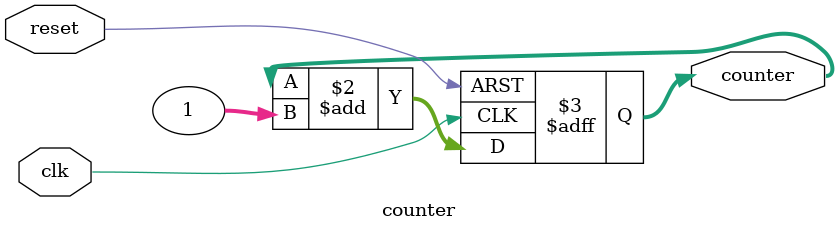
<source format=v>
`timescale 1ns / 1ps
module counter #(parameter width = 32 ) // mit Angabe des Default-Werts
(
	input clk,
	input reset,
	output reg [width - 1:0] counter // hier sollte breite vorkommen
);
	always @(posedge clk, posedge reset)
		if (reset) counter <= 0;
		else counter <= counter + 1;
endmodule

</source>
